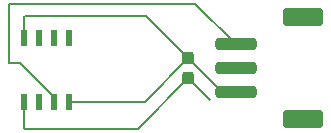
<source format=gbr>
%TF.GenerationSoftware,KiCad,Pcbnew,9.0.2*%
%TF.CreationDate,2025-06-01T02:51:53-04:00*%
%TF.ProjectId,Encoder,456e636f-6465-4722-9e6b-696361645f70,rev?*%
%TF.SameCoordinates,Original*%
%TF.FileFunction,Copper,L1,Top*%
%TF.FilePolarity,Positive*%
%FSLAX46Y46*%
G04 Gerber Fmt 4.6, Leading zero omitted, Abs format (unit mm)*
G04 Created by KiCad (PCBNEW 9.0.2) date 2025-06-01 02:51:53*
%MOMM*%
%LPD*%
G01*
G04 APERTURE LIST*
G04 Aperture macros list*
%AMRoundRect*
0 Rectangle with rounded corners*
0 $1 Rounding radius*
0 $2 $3 $4 $5 $6 $7 $8 $9 X,Y pos of 4 corners*
0 Add a 4 corners polygon primitive as box body*
4,1,4,$2,$3,$4,$5,$6,$7,$8,$9,$2,$3,0*
0 Add four circle primitives for the rounded corners*
1,1,$1+$1,$2,$3*
1,1,$1+$1,$4,$5*
1,1,$1+$1,$6,$7*
1,1,$1+$1,$8,$9*
0 Add four rect primitives between the rounded corners*
20,1,$1+$1,$2,$3,$4,$5,0*
20,1,$1+$1,$4,$5,$6,$7,0*
20,1,$1+$1,$6,$7,$8,$9,0*
20,1,$1+$1,$8,$9,$2,$3,0*%
G04 Aperture macros list end*
%TA.AperFunction,SMDPad,CuDef*%
%ADD10RoundRect,0.237500X0.237500X-0.300000X0.237500X0.300000X-0.237500X0.300000X-0.237500X-0.300000X0*%
%TD*%
%TA.AperFunction,SMDPad,CuDef*%
%ADD11RoundRect,0.250000X1.500000X-0.250000X1.500000X0.250000X-1.500000X0.250000X-1.500000X-0.250000X0*%
%TD*%
%TA.AperFunction,SMDPad,CuDef*%
%ADD12RoundRect,0.250001X1.449999X-0.499999X1.449999X0.499999X-1.449999X0.499999X-1.449999X-0.499999X0*%
%TD*%
%TA.AperFunction,SMDPad,CuDef*%
%ADD13R,0.600000X1.400000*%
%TD*%
%TA.AperFunction,Conductor*%
%ADD14C,0.152400*%
%TD*%
G04 APERTURE END LIST*
D10*
%TO.P,0603 100n,1*%
%TO.N,+5V*%
X122000000Y-85725000D03*
%TO.P,0603 100n,2*%
%TO.N,GND*%
X122000000Y-84000000D03*
%TD*%
D11*
%TO.P,J1,1,Pin_1*%
%TO.N,GND*%
X126000000Y-86850000D03*
%TO.P,J1,2,Pin_2*%
%TO.N,+5V*%
X126000000Y-84850000D03*
%TO.P,J1,3,Pin_3*%
%TO.N,Net-(J1-Pin_3)*%
X126000000Y-82850000D03*
D12*
%TO.P,J1,MP*%
%TO.N,N/C*%
X131750000Y-89200000D03*
X131750000Y-80500000D03*
%TD*%
D13*
%TO.P,AS5600-ASOM,1,VDD5V*%
%TO.N,+5V*%
X108095000Y-87700000D03*
%TO.P,AS5600-ASOM,2,VDD3V3*%
%TO.N,unconnected-(U1-VDD3V3-Pad2)*%
X109365000Y-87700000D03*
%TO.P,AS5600-ASOM,3,OUT*%
%TO.N,Net-(J1-Pin_3)*%
X110635000Y-87700000D03*
%TO.P,AS5600-ASOM,4,GND*%
%TO.N,GND*%
X111905000Y-87700000D03*
%TO.P,AS5600-ASOM,5,PGO*%
%TO.N,unconnected-(U1-PGO-Pad5)*%
X111905000Y-82300000D03*
%TO.P,AS5600-ASOM,6,SDA*%
%TO.N,unconnected-(U1-SDA-Pad6)*%
X110635000Y-82300000D03*
%TO.P,AS5600-ASOM,7,SCL*%
%TO.N,unconnected-(U1-SCL-Pad7)*%
X109365000Y-82300000D03*
%TO.P,AS5600-ASOM,8,DIR*%
%TO.N,GND*%
X108095000Y-82300000D03*
%TD*%
D14*
%TO.N,+5V*%
X127750000Y-84850000D02*
X126000000Y-84850000D01*
X108200000Y-90000000D02*
X117725000Y-90000000D01*
X108095000Y-87700000D02*
X108095000Y-89895000D01*
X122000000Y-85725000D02*
X123829200Y-87554200D01*
X108095000Y-89895000D02*
X108200000Y-90000000D01*
X117725000Y-90000000D02*
X122000000Y-85725000D01*
%TO.N,GND*%
X108200000Y-80400000D02*
X118400000Y-80400000D01*
X124850000Y-86850000D02*
X126000000Y-86850000D01*
X118300000Y-87700000D02*
X122000000Y-84000000D01*
X108095000Y-80505000D02*
X108200000Y-80400000D01*
X111905000Y-87700000D02*
X118300000Y-87700000D01*
X122000000Y-84000000D02*
X124850000Y-86850000D01*
X118400000Y-80400000D02*
X122000000Y-84000000D01*
X108095000Y-82300000D02*
X108095000Y-80505000D01*
%TO.N,unconnected-(U1-VDD3V3-Pad2)*%
X109365000Y-87700000D02*
X109365000Y-88100000D01*
%TO.N,Net-(J1-Pin_3)*%
X106800000Y-79400000D02*
X122550000Y-79400000D01*
X122550000Y-79400000D02*
X126000000Y-82850000D01*
X107735000Y-84400000D02*
X106800000Y-84400000D01*
X110635000Y-87300000D02*
X107735000Y-84400000D01*
X110635000Y-87700000D02*
X110635000Y-87300000D01*
X106800000Y-84400000D02*
X106800000Y-79400000D01*
%TD*%
M02*

</source>
